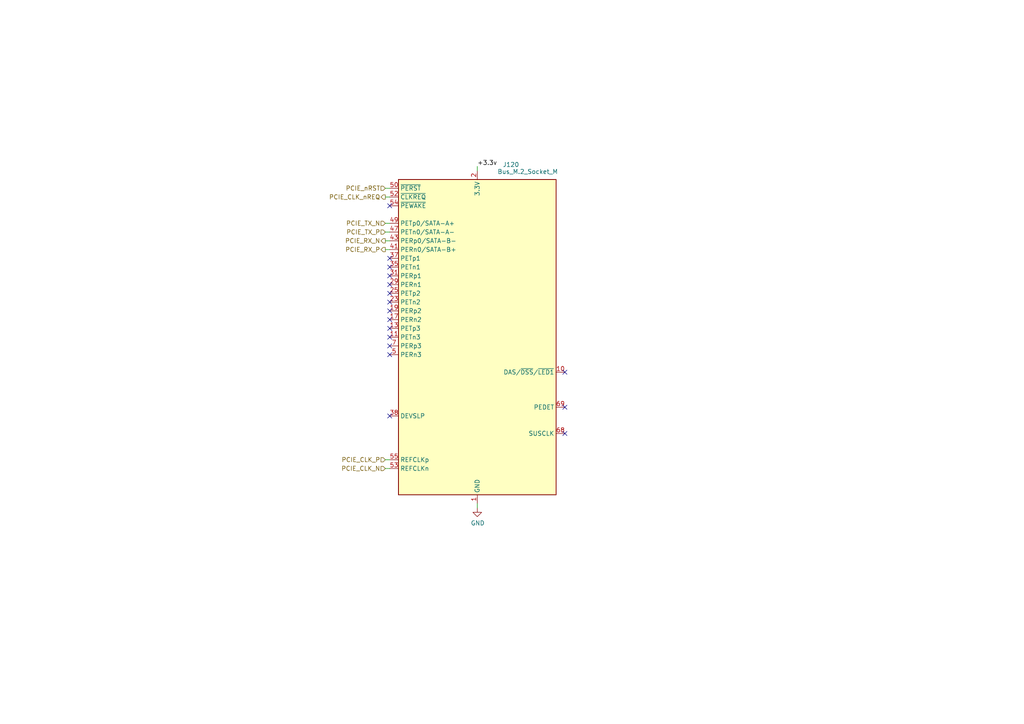
<source format=kicad_sch>
(kicad_sch
	(version 20250114)
	(generator "eeschema")
	(generator_version "9.0")
	(uuid "a0943e33-5217-4cb2-9cb6-2c232f98dc8e")
	(paper "A4")
	(title_block
		(title "Compute Module 4 IO Board - PCIe")
		(rev "1")
		(company "© 2020-2022 Raspberry Pi Ltd (formerly Raspberry Pi (Trading) Ltd.)")
		(comment 1 "www.raspberrypi.com")
	)
	(lib_symbols
		(symbol "Connector:Bus_M.2_Socket_M"
			(exclude_from_sim no)
			(in_bom yes)
			(on_board yes)
			(property "Reference" "J"
				(at -22.86 46.99 0)
				(effects
					(font
						(size 1.27 1.27)
					)
					(justify left)
				)
			)
			(property "Value" "Bus_M.2_Socket_M"
				(at 16.51 46.99 0)
				(effects
					(font
						(size 1.27 1.27)
					)
				)
			)
			(property "Footprint" ""
				(at 0 26.67 0)
				(effects
					(font
						(size 1.27 1.27)
					)
					(hide yes)
				)
			)
			(property "Datasheet" "https://web.archive.org/web/20200613074028/http://read.pudn.com/downloads794/doc/project/3133918/PCIe_M.2_Electromechanical_Spec_Rev1.0_Final_11012013_RS_Clean.pdf#page=155"
				(at 0 35.56 0)
				(effects
					(font
						(size 1.27 1.27)
					)
					(hide yes)
				)
			)
			(property "Description" "M.2 Socket 3 Mechanical Key M"
				(at 0 0 0)
				(effects
					(font
						(size 1.27 1.27)
					)
					(hide yes)
				)
			)
			(property "ki_keywords" "M2 NGNF PCI-E"
				(at 0 0 0)
				(effects
					(font
						(size 1.27 1.27)
					)
					(hide yes)
				)
			)
			(property "ki_fp_filters" "*M*2*M*"
				(at 0 0 0)
				(effects
					(font
						(size 1.27 1.27)
					)
					(hide yes)
				)
			)
			(symbol "Bus_M.2_Socket_M_0_1"
				(rectangle
					(start -22.86 45.72)
					(end 22.86 -45.72)
					(stroke
						(width 0.254)
						(type default)
					)
					(fill
						(type background)
					)
				)
			)
			(symbol "Bus_M.2_Socket_M_1_1"
				(pin output line
					(at -25.4 43.18 0)
					(length 2.54)
					(name "~{PERST}"
						(effects
							(font
								(size 1.27 1.27)
							)
						)
					)
					(number "50"
						(effects
							(font
								(size 1.27 1.27)
							)
						)
					)
				)
				(pin bidirectional line
					(at -25.4 40.64 0)
					(length 2.54)
					(name "~{CLKREQ}"
						(effects
							(font
								(size 1.27 1.27)
							)
						)
					)
					(number "52"
						(effects
							(font
								(size 1.27 1.27)
							)
						)
					)
				)
				(pin bidirectional line
					(at -25.4 38.1 0)
					(length 2.54)
					(name "~{PEWAKE}"
						(effects
							(font
								(size 1.27 1.27)
							)
						)
					)
					(number "54"
						(effects
							(font
								(size 1.27 1.27)
							)
						)
					)
				)
				(pin output line
					(at -25.4 33.02 0)
					(length 2.54)
					(name "PETp0/SATA-A+"
						(effects
							(font
								(size 1.27 1.27)
							)
						)
					)
					(number "49"
						(effects
							(font
								(size 1.27 1.27)
							)
						)
					)
				)
				(pin output line
					(at -25.4 30.48 0)
					(length 2.54)
					(name "PETn0/SATA-A-"
						(effects
							(font
								(size 1.27 1.27)
							)
						)
					)
					(number "47"
						(effects
							(font
								(size 1.27 1.27)
							)
						)
					)
				)
				(pin input line
					(at -25.4 27.94 0)
					(length 2.54)
					(name "PERp0/SATA-B-"
						(effects
							(font
								(size 1.27 1.27)
							)
						)
					)
					(number "43"
						(effects
							(font
								(size 1.27 1.27)
							)
						)
					)
				)
				(pin input line
					(at -25.4 25.4 0)
					(length 2.54)
					(name "PERn0/SATA-B+"
						(effects
							(font
								(size 1.27 1.27)
							)
						)
					)
					(number "41"
						(effects
							(font
								(size 1.27 1.27)
							)
						)
					)
				)
				(pin output line
					(at -25.4 22.86 0)
					(length 2.54)
					(name "PETp1"
						(effects
							(font
								(size 1.27 1.27)
							)
						)
					)
					(number "37"
						(effects
							(font
								(size 1.27 1.27)
							)
						)
					)
				)
				(pin output line
					(at -25.4 20.32 0)
					(length 2.54)
					(name "PETn1"
						(effects
							(font
								(size 1.27 1.27)
							)
						)
					)
					(number "35"
						(effects
							(font
								(size 1.27 1.27)
							)
						)
					)
				)
				(pin input line
					(at -25.4 17.78 0)
					(length 2.54)
					(name "PERp1"
						(effects
							(font
								(size 1.27 1.27)
							)
						)
					)
					(number "31"
						(effects
							(font
								(size 1.27 1.27)
							)
						)
					)
				)
				(pin input line
					(at -25.4 15.24 0)
					(length 2.54)
					(name "PERn1"
						(effects
							(font
								(size 1.27 1.27)
							)
						)
					)
					(number "29"
						(effects
							(font
								(size 1.27 1.27)
							)
						)
					)
				)
				(pin output line
					(at -25.4 12.7 0)
					(length 2.54)
					(name "PETp2"
						(effects
							(font
								(size 1.27 1.27)
							)
						)
					)
					(number "25"
						(effects
							(font
								(size 1.27 1.27)
							)
						)
					)
				)
				(pin output line
					(at -25.4 10.16 0)
					(length 2.54)
					(name "PETn2"
						(effects
							(font
								(size 1.27 1.27)
							)
						)
					)
					(number "23"
						(effects
							(font
								(size 1.27 1.27)
							)
						)
					)
				)
				(pin input line
					(at -25.4 7.62 0)
					(length 2.54)
					(name "PERp2"
						(effects
							(font
								(size 1.27 1.27)
							)
						)
					)
					(number "19"
						(effects
							(font
								(size 1.27 1.27)
							)
						)
					)
				)
				(pin input line
					(at -25.4 5.08 0)
					(length 2.54)
					(name "PERn2"
						(effects
							(font
								(size 1.27 1.27)
							)
						)
					)
					(number "17"
						(effects
							(font
								(size 1.27 1.27)
							)
						)
					)
				)
				(pin output line
					(at -25.4 2.54 0)
					(length 2.54)
					(name "PETp3"
						(effects
							(font
								(size 1.27 1.27)
							)
						)
					)
					(number "13"
						(effects
							(font
								(size 1.27 1.27)
							)
						)
					)
				)
				(pin output line
					(at -25.4 0 0)
					(length 2.54)
					(name "PETn3"
						(effects
							(font
								(size 1.27 1.27)
							)
						)
					)
					(number "11"
						(effects
							(font
								(size 1.27 1.27)
							)
						)
					)
				)
				(pin input line
					(at -25.4 -2.54 0)
					(length 2.54)
					(name "PERp3"
						(effects
							(font
								(size 1.27 1.27)
							)
						)
					)
					(number "7"
						(effects
							(font
								(size 1.27 1.27)
							)
						)
					)
				)
				(pin input line
					(at -25.4 -5.08 0)
					(length 2.54)
					(name "PERn3"
						(effects
							(font
								(size 1.27 1.27)
							)
						)
					)
					(number "5"
						(effects
							(font
								(size 1.27 1.27)
							)
						)
					)
				)
				(pin output line
					(at -25.4 -22.86 0)
					(length 2.54)
					(name "DEVSLP"
						(effects
							(font
								(size 1.27 1.27)
							)
						)
					)
					(number "38"
						(effects
							(font
								(size 1.27 1.27)
							)
						)
					)
				)
				(pin output line
					(at -25.4 -35.56 0)
					(length 2.54)
					(name "REFCLKp"
						(effects
							(font
								(size 1.27 1.27)
							)
						)
					)
					(number "55"
						(effects
							(font
								(size 1.27 1.27)
							)
						)
					)
				)
				(pin output line
					(at -25.4 -38.1 0)
					(length 2.54)
					(name "REFCLKn"
						(effects
							(font
								(size 1.27 1.27)
							)
						)
					)
					(number "53"
						(effects
							(font
								(size 1.27 1.27)
							)
						)
					)
				)
				(pin passive line
					(at 0 48.26 270)
					(length 2.54)
					(hide yes)
					(name "3.3V"
						(effects
							(font
								(size 1.27 1.27)
							)
						)
					)
					(number "12"
						(effects
							(font
								(size 1.27 1.27)
							)
						)
					)
				)
				(pin passive line
					(at 0 48.26 270)
					(length 2.54)
					(hide yes)
					(name "3.3V"
						(effects
							(font
								(size 1.27 1.27)
							)
						)
					)
					(number "14"
						(effects
							(font
								(size 1.27 1.27)
							)
						)
					)
				)
				(pin passive line
					(at 0 48.26 270)
					(length 2.54)
					(hide yes)
					(name "3.3V"
						(effects
							(font
								(size 1.27 1.27)
							)
						)
					)
					(number "16"
						(effects
							(font
								(size 1.27 1.27)
							)
						)
					)
				)
				(pin passive line
					(at 0 48.26 270)
					(length 2.54)
					(hide yes)
					(name "3.3V"
						(effects
							(font
								(size 1.27 1.27)
							)
						)
					)
					(number "18"
						(effects
							(font
								(size 1.27 1.27)
							)
						)
					)
				)
				(pin power_in line
					(at 0 48.26 270)
					(length 2.54)
					(name "3.3V"
						(effects
							(font
								(size 1.27 1.27)
							)
						)
					)
					(number "2"
						(effects
							(font
								(size 1.27 1.27)
							)
						)
					)
				)
				(pin passive line
					(at 0 48.26 270)
					(length 2.54)
					(hide yes)
					(name "3.3V"
						(effects
							(font
								(size 1.27 1.27)
							)
						)
					)
					(number "4"
						(effects
							(font
								(size 1.27 1.27)
							)
						)
					)
				)
				(pin passive line
					(at 0 48.26 270)
					(length 2.54)
					(hide yes)
					(name "3.3V"
						(effects
							(font
								(size 1.27 1.27)
							)
						)
					)
					(number "70"
						(effects
							(font
								(size 1.27 1.27)
							)
						)
					)
				)
				(pin passive line
					(at 0 48.26 270)
					(length 2.54)
					(hide yes)
					(name "3.3V"
						(effects
							(font
								(size 1.27 1.27)
							)
						)
					)
					(number "72"
						(effects
							(font
								(size 1.27 1.27)
							)
						)
					)
				)
				(pin passive line
					(at 0 48.26 270)
					(length 2.54)
					(hide yes)
					(name "3.3V"
						(effects
							(font
								(size 1.27 1.27)
							)
						)
					)
					(number "74"
						(effects
							(font
								(size 1.27 1.27)
							)
						)
					)
				)
				(pin power_in line
					(at 0 -48.26 90)
					(length 2.54)
					(name "GND"
						(effects
							(font
								(size 1.27 1.27)
							)
						)
					)
					(number "1"
						(effects
							(font
								(size 1.27 1.27)
							)
						)
					)
				)
				(pin passive line
					(at 0 -48.26 90)
					(length 2.54)
					(hide yes)
					(name "GND"
						(effects
							(font
								(size 1.27 1.27)
							)
						)
					)
					(number "15"
						(effects
							(font
								(size 1.27 1.27)
							)
						)
					)
				)
				(pin passive line
					(at 0 -48.26 90)
					(length 2.54)
					(hide yes)
					(name "GND"
						(effects
							(font
								(size 1.27 1.27)
							)
						)
					)
					(number "21"
						(effects
							(font
								(size 1.27 1.27)
							)
						)
					)
				)
				(pin passive line
					(at 0 -48.26 90)
					(length 2.54)
					(hide yes)
					(name "GND"
						(effects
							(font
								(size 1.27 1.27)
							)
						)
					)
					(number "27"
						(effects
							(font
								(size 1.27 1.27)
							)
						)
					)
				)
				(pin passive line
					(at 0 -48.26 90)
					(length 2.54)
					(hide yes)
					(name "GND"
						(effects
							(font
								(size 1.27 1.27)
							)
						)
					)
					(number "3"
						(effects
							(font
								(size 1.27 1.27)
							)
						)
					)
				)
				(pin passive line
					(at 0 -48.26 90)
					(length 2.54)
					(hide yes)
					(name "GND"
						(effects
							(font
								(size 1.27 1.27)
							)
						)
					)
					(number "33"
						(effects
							(font
								(size 1.27 1.27)
							)
						)
					)
				)
				(pin passive line
					(at 0 -48.26 90)
					(length 2.54)
					(hide yes)
					(name "GND"
						(effects
							(font
								(size 1.27 1.27)
							)
						)
					)
					(number "39"
						(effects
							(font
								(size 1.27 1.27)
							)
						)
					)
				)
				(pin passive line
					(at 0 -48.26 90)
					(length 2.54)
					(hide yes)
					(name "GND"
						(effects
							(font
								(size 1.27 1.27)
							)
						)
					)
					(number "45"
						(effects
							(font
								(size 1.27 1.27)
							)
						)
					)
				)
				(pin passive line
					(at 0 -48.26 90)
					(length 2.54)
					(hide yes)
					(name "GND"
						(effects
							(font
								(size 1.27 1.27)
							)
						)
					)
					(number "51"
						(effects
							(font
								(size 1.27 1.27)
							)
						)
					)
				)
				(pin passive line
					(at 0 -48.26 90)
					(length 2.54)
					(hide yes)
					(name "GND"
						(effects
							(font
								(size 1.27 1.27)
							)
						)
					)
					(number "57"
						(effects
							(font
								(size 1.27 1.27)
							)
						)
					)
				)
				(pin passive line
					(at 0 -48.26 90)
					(length 2.54)
					(hide yes)
					(name "GND"
						(effects
							(font
								(size 1.27 1.27)
							)
						)
					)
					(number "71"
						(effects
							(font
								(size 1.27 1.27)
							)
						)
					)
				)
				(pin passive line
					(at 0 -48.26 90)
					(length 2.54)
					(hide yes)
					(name "GND"
						(effects
							(font
								(size 1.27 1.27)
							)
						)
					)
					(number "73"
						(effects
							(font
								(size 1.27 1.27)
							)
						)
					)
				)
				(pin passive line
					(at 0 -48.26 90)
					(length 2.54)
					(hide yes)
					(name "GND"
						(effects
							(font
								(size 1.27 1.27)
							)
						)
					)
					(number "75"
						(effects
							(font
								(size 1.27 1.27)
							)
						)
					)
				)
				(pin passive line
					(at 0 -48.26 90)
					(length 2.54)
					(hide yes)
					(name "GND"
						(effects
							(font
								(size 1.27 1.27)
							)
						)
					)
					(number "9"
						(effects
							(font
								(size 1.27 1.27)
							)
						)
					)
				)
				(pin no_connect line
					(at 22.86 40.64 180)
					(length 2.54)
					(hide yes)
					(name "NC"
						(effects
							(font
								(size 1.27 1.27)
							)
						)
					)
					(number "58"
						(effects
							(font
								(size 1.27 1.27)
							)
						)
					)
				)
				(pin no_connect line
					(at 22.86 38.1 180)
					(length 2.54)
					(hide yes)
					(name "NC"
						(effects
							(font
								(size 1.27 1.27)
							)
						)
					)
					(number "56"
						(effects
							(font
								(size 1.27 1.27)
							)
						)
					)
				)
				(pin no_connect line
					(at 22.86 35.56 180)
					(length 2.54)
					(hide yes)
					(name "NC"
						(effects
							(font
								(size 1.27 1.27)
							)
						)
					)
					(number "48"
						(effects
							(font
								(size 1.27 1.27)
							)
						)
					)
				)
				(pin no_connect line
					(at 22.86 33.02 180)
					(length 2.54)
					(hide yes)
					(name "NC"
						(effects
							(font
								(size 1.27 1.27)
							)
						)
					)
					(number "46"
						(effects
							(font
								(size 1.27 1.27)
							)
						)
					)
				)
				(pin no_connect line
					(at 22.86 30.48 180)
					(length 2.54)
					(hide yes)
					(name "NC"
						(effects
							(font
								(size 1.27 1.27)
							)
						)
					)
					(number "44"
						(effects
							(font
								(size 1.27 1.27)
							)
						)
					)
				)
				(pin no_connect line
					(at 22.86 27.94 180)
					(length 2.54)
					(hide yes)
					(name "NC"
						(effects
							(font
								(size 1.27 1.27)
							)
						)
					)
					(number "42"
						(effects
							(font
								(size 1.27 1.27)
							)
						)
					)
				)
				(pin no_connect line
					(at 22.86 25.4 180)
					(length 2.54)
					(hide yes)
					(name "NC"
						(effects
							(font
								(size 1.27 1.27)
							)
						)
					)
					(number "40"
						(effects
							(font
								(size 1.27 1.27)
							)
						)
					)
				)
				(pin no_connect line
					(at 22.86 22.86 180)
					(length 2.54)
					(hide yes)
					(name "NC"
						(effects
							(font
								(size 1.27 1.27)
							)
						)
					)
					(number "36"
						(effects
							(font
								(size 1.27 1.27)
							)
						)
					)
				)
				(pin no_connect line
					(at 22.86 20.32 180)
					(length 2.54)
					(hide yes)
					(name "NC"
						(effects
							(font
								(size 1.27 1.27)
							)
						)
					)
					(number "34"
						(effects
							(font
								(size 1.27 1.27)
							)
						)
					)
				)
				(pin no_connect line
					(at 22.86 17.78 180)
					(length 2.54)
					(hide yes)
					(name "NC"
						(effects
							(font
								(size 1.27 1.27)
							)
						)
					)
					(number "32"
						(effects
							(font
								(size 1.27 1.27)
							)
						)
					)
				)
				(pin no_connect line
					(at 22.86 15.24 180)
					(length 2.54)
					(hide yes)
					(name "NC"
						(effects
							(font
								(size 1.27 1.27)
							)
						)
					)
					(number "30"
						(effects
							(font
								(size 1.27 1.27)
							)
						)
					)
				)
				(pin no_connect line
					(at 22.86 12.7 180)
					(length 2.54)
					(hide yes)
					(name "NC"
						(effects
							(font
								(size 1.27 1.27)
							)
						)
					)
					(number "28"
						(effects
							(font
								(size 1.27 1.27)
							)
						)
					)
				)
				(pin no_connect line
					(at 22.86 10.16 180)
					(length 2.54)
					(hide yes)
					(name "NC"
						(effects
							(font
								(size 1.27 1.27)
							)
						)
					)
					(number "26"
						(effects
							(font
								(size 1.27 1.27)
							)
						)
					)
				)
				(pin no_connect line
					(at 22.86 7.62 180)
					(length 2.54)
					(hide yes)
					(name "NC"
						(effects
							(font
								(size 1.27 1.27)
							)
						)
					)
					(number "24"
						(effects
							(font
								(size 1.27 1.27)
							)
						)
					)
				)
				(pin no_connect line
					(at 22.86 5.08 180)
					(length 2.54)
					(hide yes)
					(name "NC"
						(effects
							(font
								(size 1.27 1.27)
							)
						)
					)
					(number "22"
						(effects
							(font
								(size 1.27 1.27)
							)
						)
					)
				)
				(pin no_connect line
					(at 22.86 2.54 180)
					(length 2.54)
					(hide yes)
					(name "NC"
						(effects
							(font
								(size 1.27 1.27)
							)
						)
					)
					(number "20"
						(effects
							(font
								(size 1.27 1.27)
							)
						)
					)
				)
				(pin no_connect line
					(at 22.86 0 180)
					(length 2.54)
					(hide yes)
					(name "NC"
						(effects
							(font
								(size 1.27 1.27)
							)
						)
					)
					(number "8"
						(effects
							(font
								(size 1.27 1.27)
							)
						)
					)
				)
				(pin no_connect line
					(at 22.86 -2.54 180)
					(length 2.54)
					(hide yes)
					(name "NC"
						(effects
							(font
								(size 1.27 1.27)
							)
						)
					)
					(number "6"
						(effects
							(font
								(size 1.27 1.27)
							)
						)
					)
				)
				(pin no_connect line
					(at 22.86 -5.08 180)
					(length 2.54)
					(hide yes)
					(name "NC"
						(effects
							(font
								(size 1.27 1.27)
							)
						)
					)
					(number "67"
						(effects
							(font
								(size 1.27 1.27)
							)
						)
					)
				)
				(pin bidirectional line
					(at 25.4 -10.16 180)
					(length 2.54)
					(name "DAS/~{DSS}/~{LED1}"
						(effects
							(font
								(size 1.27 1.27)
							)
						)
					)
					(number "10"
						(effects
							(font
								(size 1.27 1.27)
							)
						)
					)
				)
				(pin passive line
					(at 25.4 -20.32 180)
					(length 2.54)
					(name "PEDET"
						(effects
							(font
								(size 1.27 1.27)
							)
						)
					)
					(number "69"
						(effects
							(font
								(size 1.27 1.27)
							)
						)
					)
				)
				(pin output line
					(at 25.4 -27.94 180)
					(length 2.54)
					(name "SUSCLK"
						(effects
							(font
								(size 1.27 1.27)
							)
						)
					)
					(number "68"
						(effects
							(font
								(size 1.27 1.27)
							)
						)
					)
				)
			)
			(embedded_fonts no)
		)
		(symbol "power:GND"
			(power)
			(pin_names
				(offset 0)
			)
			(exclude_from_sim no)
			(in_bom yes)
			(on_board yes)
			(property "Reference" "#PWR"
				(at 0 -6.35 0)
				(effects
					(font
						(size 1.27 1.27)
					)
					(hide yes)
				)
			)
			(property "Value" "GND"
				(at 0 -3.81 0)
				(effects
					(font
						(size 1.27 1.27)
					)
				)
			)
			(property "Footprint" ""
				(at 0 0 0)
				(effects
					(font
						(size 1.27 1.27)
					)
					(hide yes)
				)
			)
			(property "Datasheet" ""
				(at 0 0 0)
				(effects
					(font
						(size 1.27 1.27)
					)
					(hide yes)
				)
			)
			(property "Description" "Power symbol creates a global label with name \"GND\" , ground"
				(at 0 0 0)
				(effects
					(font
						(size 1.27 1.27)
					)
					(hide yes)
				)
			)
			(property "ki_keywords" "power-flag"
				(at 0 0 0)
				(effects
					(font
						(size 1.27 1.27)
					)
					(hide yes)
				)
			)
			(symbol "GND_0_1"
				(polyline
					(pts
						(xy 0 0) (xy 0 -1.27) (xy 1.27 -1.27) (xy 0 -2.54) (xy -1.27 -1.27) (xy 0 -1.27)
					)
					(stroke
						(width 0)
						(type default)
					)
					(fill
						(type none)
					)
				)
			)
			(symbol "GND_1_1"
				(pin power_in line
					(at 0 0 270)
					(length 0)
					(hide yes)
					(name "GND"
						(effects
							(font
								(size 1.27 1.27)
							)
						)
					)
					(number "1"
						(effects
							(font
								(size 1.27 1.27)
							)
						)
					)
				)
			)
			(embedded_fonts no)
		)
	)
	(no_connect
		(at 113.03 77.47)
		(uuid "024bc76a-7783-4c37-a2c2-60c7fb4ad707")
	)
	(no_connect
		(at 113.03 120.65)
		(uuid "0a7e714d-5421-4f93-873e-a3ec168aa475")
	)
	(no_connect
		(at 113.03 95.25)
		(uuid "0ba9dac4-fcce-41cc-866d-5d67e4ab9318")
	)
	(no_connect
		(at 113.03 100.33)
		(uuid "0eaf1f46-301c-47d8-8510-2cb0e2f3cf8c")
	)
	(no_connect
		(at 113.03 97.79)
		(uuid "194fe367-446b-4d99-8a80-36b43c6a03a2")
	)
	(no_connect
		(at 113.03 92.71)
		(uuid "1b2e4581-31f5-4830-ba56-a25766aad627")
	)
	(no_connect
		(at 113.03 59.69)
		(uuid "293c971c-180d-4918-97c8-933cf81e059e")
	)
	(no_connect
		(at 113.03 85.09)
		(uuid "37c80456-3cb8-4b87-9881-4ac56f88a486")
	)
	(no_connect
		(at 113.03 80.01)
		(uuid "4eddd64c-2346-401b-b77e-2dcd69d4c4b4")
	)
	(no_connect
		(at 113.03 102.87)
		(uuid "51c72a00-23a2-4abf-b4be-2769f192487c")
	)
	(no_connect
		(at 113.03 90.17)
		(uuid "56878dd9-5435-4064-b34a-27cfd90c2a27")
	)
	(no_connect
		(at 163.83 118.11)
		(uuid "58632a57-a502-452e-843b-16f43a64d346")
	)
	(no_connect
		(at 113.03 74.93)
		(uuid "82280ab1-24e6-451e-b717-8a19ed6044a9")
	)
	(no_connect
		(at 113.03 87.63)
		(uuid "c2369689-cb99-4c5c-836f-b844baf3e5f1")
	)
	(no_connect
		(at 163.83 107.95)
		(uuid "c3edb329-cf31-4876-aee3-ab570f1d4d61")
	)
	(no_connect
		(at 163.83 125.73)
		(uuid "d0cf82ab-9499-487e-a0dd-3a44f21c2a39")
	)
	(no_connect
		(at 113.03 82.55)
		(uuid "d122c53e-7591-4294-b3dd-d57f55f894fd")
	)
	(wire
		(pts
			(xy 138.43 146.05) (xy 138.43 147.32)
		)
		(stroke
			(width 0)
			(type default)
		)
		(uuid "31f39c4f-f8d9-4e52-8d63-ea6715fa83d5")
	)
	(wire
		(pts
			(xy 113.03 67.31) (xy 111.76 67.31)
		)
		(stroke
			(width 0)
			(type default)
		)
		(uuid "4a259eed-3ca8-49f1-83af-39fdbc1dbfd3")
	)
	(wire
		(pts
			(xy 138.43 49.53) (xy 138.43 48.26)
		)
		(stroke
			(width 0)
			(type default)
		)
		(uuid "91e66b64-8cb4-463b-9877-ddf068bd798d")
	)
	(wire
		(pts
			(xy 113.03 133.35) (xy 111.76 133.35)
		)
		(stroke
			(width 0)
			(type default)
		)
		(uuid "990ca2a6-c650-415c-aeb2-9beaf067dafe")
	)
	(wire
		(pts
			(xy 113.03 64.77) (xy 111.76 64.77)
		)
		(stroke
			(width 0)
			(type default)
		)
		(uuid "ac2ea5a4-13aa-4c07-aece-0e478e5b7797")
	)
	(wire
		(pts
			(xy 113.03 54.61) (xy 111.76 54.61)
		)
		(stroke
			(width 0)
			(type default)
		)
		(uuid "bcca977f-6e9d-41b9-bd31-bfcbfdefc3e4")
	)
	(wire
		(pts
			(xy 113.03 72.39) (xy 111.76 72.39)
		)
		(stroke
			(width 0)
			(type default)
		)
		(uuid "cd1d3fff-afd2-4a6a-b996-1cc7e672c1b8")
	)
	(wire
		(pts
			(xy 113.03 69.85) (xy 111.76 69.85)
		)
		(stroke
			(width 0)
			(type default)
		)
		(uuid "d58bbb32-8dd2-459b-a9de-ade51f21ae1f")
	)
	(wire
		(pts
			(xy 113.03 135.89) (xy 111.76 135.89)
		)
		(stroke
			(width 0)
			(type default)
		)
		(uuid "e1257477-57d2-4d37-9b8e-4894406b22d9")
	)
	(wire
		(pts
			(xy 113.03 57.15) (xy 111.76 57.15)
		)
		(stroke
			(width 0)
			(type default)
		)
		(uuid "e43b69fd-e446-4ab7-a8ce-530dc9b6c54a")
	)
	(label "+3.3v"
		(at 138.43 48.26 0)
		(effects
			(font
				(size 1.27 1.27)
			)
			(justify left bottom)
		)
		(uuid "55c22043-d93c-44c3-a7dc-d0ecc1d9ab2e")
	)
	(hierarchical_label "PCIE_TX_N"
		(shape input)
		(at 111.76 64.77 180)
		(effects
			(font
				(size 1.27 1.27)
			)
			(justify right)
		)
		(uuid "10e544d5-0146-4708-8a2f-7aa766e961ed")
	)
	(hierarchical_label "PCIE_RX_P"
		(shape output)
		(at 111.76 72.39 180)
		(effects
			(font
				(size 1.27 1.27)
			)
			(justify right)
		)
		(uuid "13dcb676-d4ad-4280-865f-80f480fea5b3")
	)
	(hierarchical_label "PCIE_CLK_P"
		(shape input)
		(at 111.76 133.35 180)
		(effects
			(font
				(size 1.27 1.27)
			)
			(justify right)
		)
		(uuid "1858299a-6cdf-4b28-95f1-b73a8469da4b")
	)
	(hierarchical_label "PCIE_CLK_nREQ"
		(shape output)
		(at 111.76 57.15 180)
		(effects
			(font
				(size 1.27 1.27)
			)
			(justify right)
		)
		(uuid "653a9d59-533a-490b-8f63-04b603dcaf18")
	)
	(hierarchical_label "PCIE_TX_P"
		(shape input)
		(at 111.76 67.31 180)
		(effects
			(font
				(size 1.27 1.27)
			)
			(justify right)
		)
		(uuid "93a7f13c-fd37-4c3c-b48d-32172fe86550")
	)
	(hierarchical_label "PCIE_nRST"
		(shape input)
		(at 111.76 54.61 180)
		(effects
			(font
				(size 1.27 1.27)
			)
			(justify right)
		)
		(uuid "985536b2-3abf-4d1f-96aa-bd47d6678b7a")
	)
	(hierarchical_label "PCIE_CLK_N"
		(shape input)
		(at 111.76 135.89 180)
		(effects
			(font
				(size 1.27 1.27)
			)
			(justify right)
		)
		(uuid "cdffad32-48dc-4b57-b67a-9cc7327e7acb")
	)
	(hierarchical_label "PCIE_RX_N"
		(shape output)
		(at 111.76 69.85 180)
		(effects
			(font
				(size 1.27 1.27)
			)
			(justify right)
		)
		(uuid "cebc30df-f85a-45a6-85ff-b1abec7fef1f")
	)
	(symbol
		(lib_id "power:GND")
		(at 138.43 147.32 0)
		(unit 1)
		(exclude_from_sim no)
		(in_bom yes)
		(on_board yes)
		(dnp no)
		(uuid "00000000-0000-0000-0000-00005d338c24")
		(property "Reference" "#PWR020"
			(at 138.43 153.67 0)
			(effects
				(font
					(size 1.27 1.27)
				)
				(hide yes)
			)
		)
		(property "Value" "GND"
			(at 138.557 151.7142 0)
			(effects
				(font
					(size 1.27 1.27)
				)
			)
		)
		(property "Footprint" ""
			(at 138.43 147.32 0)
			(effects
				(font
					(size 1.27 1.27)
				)
				(hide yes)
			)
		)
		(property "Datasheet" ""
			(at 138.43 147.32 0)
			(effects
				(font
					(size 1.27 1.27)
				)
				(hide yes)
			)
		)
		(property "Description" ""
			(at 138.43 147.32 0)
			(effects
				(font
					(size 1.27 1.27)
				)
			)
		)
		(pin "1"
			(uuid "cd37445d-7e69-43c7-a246-3c19a9e80192")
		)
		(instances
			(project "CM4IOv5"
				(path "/e63e39d7-6ac0-4ffd-8aa3-1841a4541b55/00000000-0000-0000-0000-00005ed4bb5b"
					(reference "#PWR020")
					(unit 1)
				)
			)
		)
	)
	(symbol
		(lib_id "Connector:Bus_M.2_Socket_M")
		(at 138.43 97.79 0)
		(unit 1)
		(exclude_from_sim no)
		(in_bom yes)
		(on_board yes)
		(dnp no)
		(uuid "3c3f391e-c9fc-4855-8868-2dac7ffb550e")
		(property "Reference" "J120"
			(at 145.796 47.752 0)
			(effects
				(font
					(size 1.27 1.27)
				)
				(justify left)
			)
		)
		(property "Value" "Bus_M.2_Socket_M"
			(at 144.272 49.784 0)
			(effects
				(font
					(size 1.27 1.27)
				)
				(justify left)
			)
		)
		(property "Footprint" "CM4IO:M2"
			(at 138.43 71.12 0)
			(effects
				(font
					(size 1.27 1.27)
				)
				(hide yes)
			)
		)
		(property "Datasheet" "https://web.archive.org/web/20200613074028/http://read.pudn.com/downloads794/doc/project/3133918/PCIe_M.2_Electromechanical_Spec_Rev1.0_Final_11012013_RS_Clean.pdf#page=155"
			(at 138.43 62.23 0)
			(effects
				(font
					(size 1.27 1.27)
				)
				(hide yes)
			)
		)
		(property "Description" "M.2 Socket 3 Mechanical Key M"
			(at 138.43 97.79 0)
			(effects
				(font
					(size 1.27 1.27)
				)
				(hide yes)
			)
		)
		(pin "54"
			(uuid "a2b74181-cee6-4481-971e-63baedd1491a")
		)
		(pin "27"
			(uuid "5874cc7e-a717-46ce-988d-16184ab99ef8")
		)
		(pin "35"
			(uuid "2738bb2e-1e7d-49eb-b938-3a97a2a698a0")
		)
		(pin "7"
			(uuid "8ef4214f-1ea8-45da-a94f-3222d99c6703")
		)
		(pin "75"
			(uuid "e5c6d2c7-d79b-4b6d-a3b5-043928e8c0f7")
		)
		(pin "58"
			(uuid "f0833ab3-2044-44b2-aac8-90a5c6e86410")
		)
		(pin "71"
			(uuid "93101ccd-e230-41cb-8dbf-d98016984934")
		)
		(pin "5"
			(uuid "4d3c5f5a-6516-464f-a540-9f0e2b1159a0")
		)
		(pin "3"
			(uuid "c6fbb4fb-61f0-48de-8fd5-3a4c86d6f045")
		)
		(pin "17"
			(uuid "964cecd9-0137-4787-ba6b-470c5664d070")
		)
		(pin "11"
			(uuid "ce5e5915-b94a-4eb0-8d77-ee00e8207b84")
		)
		(pin "51"
			(uuid "b0fa14d5-6669-46eb-9afc-8ea595f00a0a")
		)
		(pin "13"
			(uuid "c49e4227-5c28-4678-a13c-4587bb3718b2")
		)
		(pin "39"
			(uuid "45aaea8e-8c5f-441e-8c6b-7f7f0c644e9a")
		)
		(pin "31"
			(uuid "1575c780-1396-4140-a621-2f67d549f997")
		)
		(pin "23"
			(uuid "25c429a2-4c20-437d-953c-84670c37ebce")
		)
		(pin "19"
			(uuid "58d6be42-49dc-417d-a15e-9dd182eae291")
		)
		(pin "12"
			(uuid "28c76b8f-a794-4861-9b0b-a541289a8cda")
		)
		(pin "15"
			(uuid "6cba8aaf-165b-486b-8343-8a0f1085f8d8")
		)
		(pin "21"
			(uuid "4fd1ab97-a47d-434d-a6e5-cf4ca2742c66")
		)
		(pin "41"
			(uuid "ecebb648-0456-45d5-bed7-e236f797b7b7")
		)
		(pin "57"
			(uuid "82a352cc-60a8-4032-ae16-10a3b6483f61")
		)
		(pin "49"
			(uuid "2cf037fb-4950-4d00-9363-c43b68c3dbc2")
		)
		(pin "47"
			(uuid "d488c74d-769e-45b0-9a80-8e6f3257a460")
		)
		(pin "29"
			(uuid "157ad5a2-9ee7-479c-b0bb-720dc6b05f75")
		)
		(pin "38"
			(uuid "c05b7d50-e6e1-4a1c-97f6-76c5d4d4fb2f")
		)
		(pin "55"
			(uuid "021a5f87-dfce-4bb5-b381-64bdb0c245d7")
		)
		(pin "14"
			(uuid "6e00c732-03b1-4962-8bd6-ec6044a1ef81")
		)
		(pin "16"
			(uuid "929d9358-c7a5-40d4-9e2e-6a9de335f443")
		)
		(pin "2"
			(uuid "af58e32e-4248-4ba8-8292-5c0e75a513a7")
		)
		(pin "52"
			(uuid "d76d7842-10a5-4ada-b7b1-07a280f8317e")
		)
		(pin "4"
			(uuid "7cdce7ca-d39e-4e27-81fb-bf9c1e11392a")
		)
		(pin "43"
			(uuid "2e9312cb-310f-4efd-8f88-f3bd45f8074a")
		)
		(pin "25"
			(uuid "fe0176c7-3374-45ff-b5ff-945864d86db9")
		)
		(pin "70"
			(uuid "4dd917bf-cbfb-494d-96ae-a7eb1a3ee98d")
		)
		(pin "50"
			(uuid "65271e1e-86ac-4727-9266-7d8dd75d670a")
		)
		(pin "53"
			(uuid "41a6fe3d-5764-4f35-a24e-e5b13210c89f")
		)
		(pin "72"
			(uuid "51ecdc13-1f62-4a36-b938-cc28ff52ae77")
		)
		(pin "37"
			(uuid "71439a54-d435-4530-8ce3-285aa7450818")
		)
		(pin "18"
			(uuid "d8fdc59b-9a09-46f9-8f00-dbd54f8a25e9")
		)
		(pin "74"
			(uuid "bcb9bf57-ea92-4e96-8ab1-b26dd272a20e")
		)
		(pin "1"
			(uuid "c74968f5-ff56-4fce-8d2e-78687dd3aa09")
		)
		(pin "33"
			(uuid "d7eda45a-813c-46c7-941d-3478679ed796")
		)
		(pin "45"
			(uuid "47c2afe8-ca4b-4dc5-a727-f0b9535710ed")
		)
		(pin "73"
			(uuid "0bedda54-ad9c-42dc-9a35-1d12347db34e")
		)
		(pin "9"
			(uuid "12a7cc6c-80d9-4be6-a973-36ed275cf09a")
		)
		(pin "56"
			(uuid "52071aa3-1e58-4df7-a2b5-d94bb3fc5d20")
		)
		(pin "48"
			(uuid "352aa534-21a8-4b16-9b4e-73c36632a67c")
		)
		(pin "46"
			(uuid "291b60a9-48e5-482b-8bbd-7c11b4e1a02c")
		)
		(pin "44"
			(uuid "ba6f7a35-9071-4d0f-a7ae-706259618e49")
		)
		(pin "42"
			(uuid "4cb7f887-ea94-404c-9f7d-7d16bf03be05")
		)
		(pin "40"
			(uuid "63e928c9-b904-404d-b80a-b171352b2e7f")
		)
		(pin "36"
			(uuid "2e554e1b-d58e-4d98-8e75-70ef1de643d2")
		)
		(pin "34"
			(uuid "b63e03f9-9095-445c-a626-175d45a28f32")
		)
		(pin "32"
			(uuid "b1bd12ef-002d-4661-aba0-ebd6042a540e")
		)
		(pin "20"
			(uuid "d9dc2035-8238-4ed6-af71-585c1c0a19b5")
		)
		(pin "10"
			(uuid "87cc065a-2d1b-4e8d-9270-68701570fbd8")
		)
		(pin "6"
			(uuid "cd154afa-c270-41d5-8c13-e573af3ea1c7")
		)
		(pin "28"
			(uuid "8465bedb-cf87-4fe2-b2a4-df5b44d8b595")
		)
		(pin "69"
			(uuid "ee510536-72b3-4718-a54f-87557c37b21c")
		)
		(pin "68"
			(uuid "734da89d-f9b7-4e88-b7a2-2d2040ea230c")
		)
		(pin "67"
			(uuid "0f31871a-f3eb-4eef-8178-6efcc91801cf")
		)
		(pin "8"
			(uuid "d0d738a1-0bc3-435d-82fd-54cefbed8185")
		)
		(pin "22"
			(uuid "b046975a-a33d-4b0b-835f-49e490f7c7bf")
		)
		(pin "24"
			(uuid "53fc1e1a-6241-42f2-aa7f-f963a7f49540")
		)
		(pin "30"
			(uuid "a0db680a-2014-4403-8b58-721f6731f932")
		)
		(pin "26"
			(uuid "01892688-5d46-4d04-94e6-badc436c8433")
		)
		(instances
			(project ""
				(path "/e63e39d7-6ac0-4ffd-8aa3-1841a4541b55/00000000-0000-0000-0000-00005ed4bb5b"
					(reference "J120")
					(unit 1)
				)
			)
		)
	)
)

</source>
